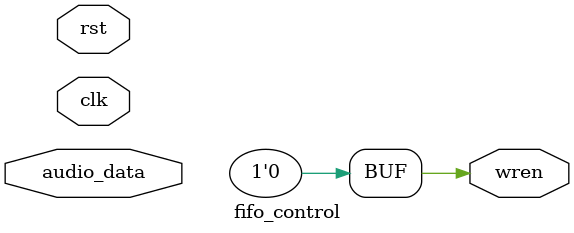
<source format=sv>
`timescale 1ns / 1ps


module fifo_control(
    input logic clk,
    input logic rst,
    input logic [7:0] audio_data,
    
    output logic wren
    );
    
    enum logic [2:0] {
        state_0,
        write,
        halt
    } state, state_nxt;
    
    logic [7:0] audio_data_prev;
    
   always_ff @ (posedge clk) begin
        if (rst)
            begin
            state <= state_0;
            audio_data_prev <= 8'h0;
            end 
        else
            state <= state_nxt;
   end
   always_comb
   begin
        wren = 1'b0;
        
        case(state)
        write: begin
        wren = 1'b0;
        end
        default: ;
        endcase 
   end 
   always_comb
   begin
   unique case (state)
   state_0:
        if (audio_data != 8'b00001000)
            state_nxt = write;
        else state_nxt = state_0;
   write: if (audio_data == 8'b00001000)
            state_nxt = state_0;
        else state_nxt = halt;
   halt: if (audio_data == 8'b00001000)
            state_nxt = state_0;
        else state_nxt = halt;
   endcase
   end
   
endmodule

</source>
